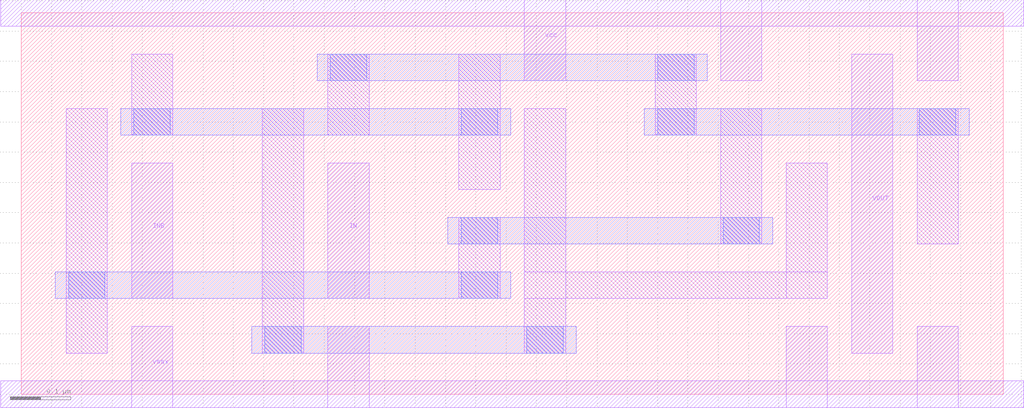
<source format=lef>
VERSION 5.7 ;
BUSBITCHARS "[]" ;
DIVIDERCHAR "/" ;

PROPERTYDEFINITIONS
  MACRO CatenaDesignType STRING ;
END PROPERTYDEFINITIONS

MACRO SLC
  CLASS CORE ;
  ORIGIN 0 0 ;
  FOREIGN SLC 0 0 ;
  SIZE 1.62 BY 0.63 ;
  SYMMETRY X Y ;
  SITE CoreSite ;
  PIN vssx
    DIRECTION INOUT ;
    USE GROUND ;
    SHAPE ABUTMENT ;
    PORT
      LAYER m1 ;
        RECT -0.034 -0.022 1.654 0.022 ;
        RECT 1.478 -0.022 1.546 0.112 ;
        RECT 1.262 -0.022 1.33 0.112 ;
        RECT 0.506 -0.022 0.574 0.112 ;
        RECT 0.182 -0.022 0.25 0.112 ;
    END
  END vssx
  PIN vcc
    DIRECTION INOUT ;
    USE POWER ;
    SHAPE ABUTMENT ;
    PORT
      LAYER m1 ;
        RECT -0.034 0.608 1.654 0.652 ;
        RECT 1.478 0.518 1.546 0.652 ;
        RECT 1.154 0.518 1.222 0.652 ;
        RECT 0.83 0.518 0.898 0.652 ;
    END
  END vcc
  PIN VOUT
    DIRECTION OUTPUT ;
    USE SIGNAL ;
    PORT
      LAYER m1 ;
        RECT 1.37 0.068 1.438 0.562 ;
    END
  END VOUT
  PIN INB
    DIRECTION INPUT ;
    USE ANALOG ;
    PORT
      LAYER m1 ;
        RECT 0.182 0.158 0.25 0.382 ;
    END
  END INB
  PIN IN
    DIRECTION INPUT ;
    USE ANALOG ;
    PORT
      LAYER m1 ;
        RECT 0.506 0.158 0.574 0.382 ;
    END
  END IN
  OBS
    LAYER m1 ;
      RECT 0.83 0.068 0.898 0.472 ;
      RECT 1.262 0.158 1.33 0.382 ;
      RECT 0.83 0.158 1.33 0.202 ;
      RECT 1.478 0.248 1.546 0.472 ;
      RECT 1.154 0.248 1.222 0.472 ;
      RECT 1.046 0.428 1.114 0.562 ;
      RECT 0.722 0.158 0.79 0.292 ;
      RECT 0.722 0.338 0.79 0.562 ;
      RECT 0.506 0.428 0.574 0.562 ;
      RECT 0.398 0.068 0.466 0.472 ;
      RECT 0.182 0.428 0.25 0.562 ;
      RECT 0.074 0.068 0.142 0.472 ;
    LAYER v1 ;
      RECT 1.482 0.428 1.542 0.472 ;
      RECT 1.158 0.248 1.218 0.292 ;
      RECT 1.05 0.428 1.11 0.472 ;
      RECT 1.05 0.518 1.11 0.562 ;
      RECT 0.834 0.068 0.894 0.112 ;
      RECT 0.726 0.158 0.786 0.202 ;
      RECT 0.726 0.248 0.786 0.292 ;
      RECT 0.726 0.428 0.786 0.472 ;
      RECT 0.51 0.518 0.57 0.562 ;
      RECT 0.402 0.068 0.462 0.112 ;
      RECT 0.186 0.428 0.246 0.472 ;
      RECT 0.078 0.158 0.138 0.202 ;
    LAYER m2 ;
      RECT 1.028 0.428 1.564 0.472 ;
      RECT 0.704 0.248 1.24 0.292 ;
      RECT 0.488 0.518 1.132 0.562 ;
      RECT 0.38 0.068 0.916 0.112 ;
      RECT 0.056 0.158 0.808 0.202 ;
      RECT 0.164 0.428 0.808 0.472 ;
  END
  PROPERTY CatenaDesignType "deviceLevel" ;
END SLC

END LIBRARY

</source>
